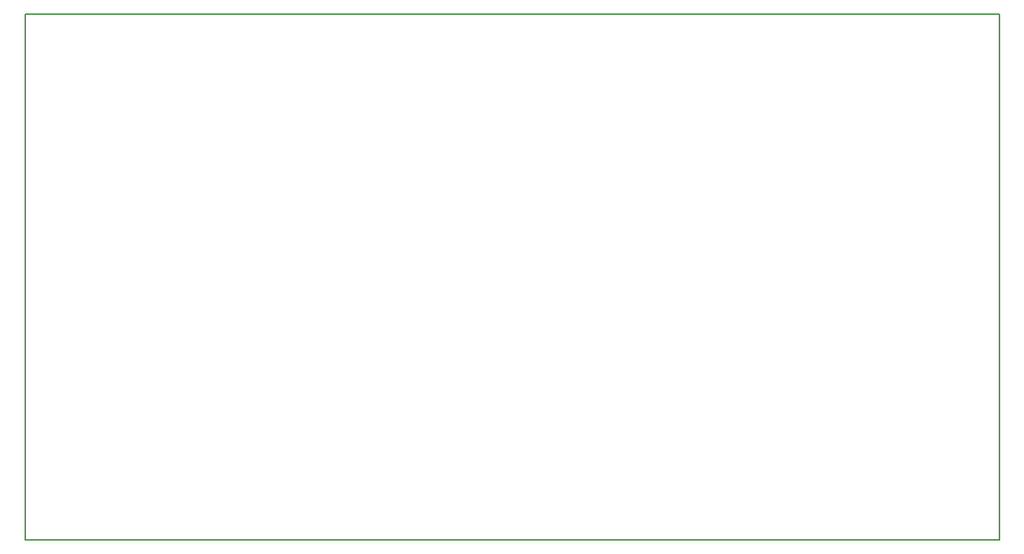
<source format=gbr>
G04 #@! TF.FileFunction,Profile,NP*
%FSLAX46Y46*%
G04 Gerber Fmt 4.6, Leading zero omitted, Abs format (unit mm)*
G04 Created by KiCad (PCBNEW 4.0.7) date Saturday, 20 '20e' October '20e' 2018 20:36:37*
%MOMM*%
%LPD*%
G01*
G04 APERTURE LIST*
%ADD10C,0.500000*%
%ADD11C,0.150000*%
G04 APERTURE END LIST*
D10*
D11*
X28250000Y-117250000D02*
X139250000Y-117250000D01*
X28250000Y-117250000D02*
X28250000Y-57250000D01*
X139250000Y-57250000D02*
X139250000Y-117250000D01*
X28250000Y-57250000D02*
X139250000Y-57250000D01*
M02*

</source>
